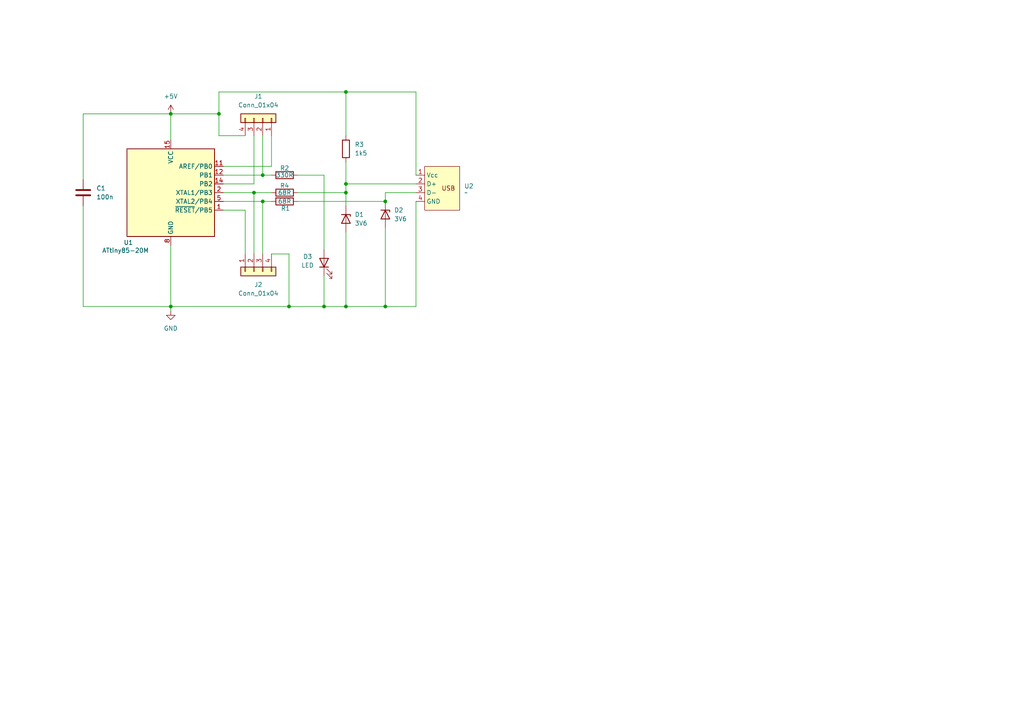
<source format=kicad_sch>
(kicad_sch (version 20231120) (generator "eeschema") (generator_version "8.0")
  (paper "A4")
  (lib_symbols
    (symbol "Connector_Generic:Conn_01x04" (pin_names (offset 1.016) hide)
      (property "Reference" "J" (at 0 5.08 0))
      (property "Value" "Conn_01x04" (at 0 -7.62 0))
      (symbol "Conn_01x04_1_1"
        (rectangle (start -1.27 -4.953) (end 0 -5.207) (stroke (width 0.1524)))
        (rectangle (start -1.27 -2.413) (end 0 -2.667) (stroke (width 0.1524)))
        (rectangle (start -1.27 0.127) (end 0 -0.127) (stroke (width 0.1524)))
        (rectangle (start -1.27 2.667) (end 0 2.413) (stroke (width 0.1524)))
        (rectangle (start -1.27 3.81) (end 1.27 -6.35) (stroke (width 0.254)) (fill (type background)))
        (pin passive line (at -5.08 2.54 0) (length 3.81) (name "Pin_1") (number "1"))
        (pin passive line (at -5.08 0 0) (length 3.81) (name "Pin_2") (number "2"))
        (pin passive line (at -5.08 -2.54 0) (length 3.81) (name "Pin_3") (number "3"))
        (pin passive line (at -5.08 -5.08 0) (length 3.81) (name "Pin_4") (number "4"))
      )
    )
    (symbol "Device:C" (pin_numbers hide) (pin_names (offset 0.254))
      (property "Reference" "C" (at 0.635 2.54 0))
      (property "Value" "C" (at 0.635 -2.54 0))
      (symbol "C_0_1"
        (polyline (pts (xy -2.032 -0.762) (xy 2.032 -0.762)) (stroke (width 0.508)))
        (polyline (pts (xy -2.032 0.762) (xy 2.032 0.762)) (stroke (width 0.508)))
      )
      (symbol "C_1_1"
        (pin passive line (at 0 3.81 270) (length 2.794) (name "~") (number "1"))
        (pin passive line (at 0 -3.81 90) (length 2.794) (name "~") (number "2"))
      )
    )
    (symbol "Device:D_Zener" (pin_numbers hide) (pin_names (offset 1.016) hide)
      (property "Reference" "D" (at 0 2.54 0))
      (property "Value" "D_Zener" (at 0 -2.54 0))
      (symbol "D_Zener_0_1"
        (polyline (pts (xy 1.27 0) (xy -1.27 0)))
        (polyline (pts (xy -1.27 -1.27) (xy -1.27 1.27) (xy -0.762 1.27)) (stroke (width 0.254)))
        (polyline (pts (xy 1.27 -1.27) (xy 1.27 1.27) (xy -1.27 0) (xy 1.27 -1.27)) (stroke (width 0.254)))
      )
      (symbol "D_Zener_1_1"
        (pin passive line (at -3.81 0 0) (length 2.54) (name "K") (number "1"))
        (pin passive line (at 3.81 0 180) (length 2.54) (name "A") (number "2"))
      )
    )
    (symbol "Device:LED" (pin_numbers hide) (pin_names (offset 1.016) hide)
      (property "Reference" "D" (at 0 2.54 0))
      (property "Value" "LED" (at 0 -2.54 0))
      (symbol "LED_0_1"
        (polyline (pts (xy -1.27 -1.27) (xy -1.27 1.27)) (stroke (width 0.254)))
        (polyline (pts (xy -1.27 0) (xy 1.27 0)))
        (polyline (pts (xy 1.27 -1.27) (xy 1.27 1.27) (xy -1.27 0) (xy 1.27 -1.27)) (stroke (width 0.254)))
        (polyline (pts (xy -3.048 -0.762) (xy -4.572 -2.286) (xy -3.81 -2.286) (xy -4.572 -2.286) (xy -4.572 -1.524)))
        (polyline (pts (xy -1.778 -0.762) (xy -3.302 -2.286) (xy -2.54 -2.286) (xy -3.302 -2.286) (xy -3.302 -1.524)))
      )
      (symbol "LED_1_1"
        (pin passive line (at -3.81 0 0) (length 2.54) (name "K") (number "1"))
        (pin passive line (at 3.81 0 180) (length 2.54) (name "A") (number "2"))
      )
    )
    (symbol "Device:R" (pin_numbers hide) (pin_names (offset 0))
      (property "Reference" "R" (at 2.032 0 90))
      (property "Value" "R" (at 0 0 90))
      (symbol "R_0_1"
        (rectangle (start -1.016 -2.54) (end 1.016 2.54) (stroke (width 0.254)))
      )
      (symbol "R_1_1"
        (pin passive line (at 0 3.81 270) (length 1.27) (name "~") (number "1"))
        (pin passive line (at 0 -3.81 90) (length 1.27) (name "~") (number "2"))
      )
    )
    (symbol "MCU_Microchip_ATtiny:ATtiny85-20M"
      (property "Reference" "U" (at -12.7 13.97 0))
      (property "Value" "ATtiny85-20M" (at 2.54 -13.97 0))
      (symbol "ATtiny85-20M_0_1"
        (rectangle (start -12.7 -12.7) (end 12.7 12.7) (stroke (width 0.254)) (fill (type background)))
      )
      (symbol "ATtiny85-20M_1_1"
        (pin bidirectional line (at 15.24 -5.08 180) (length 2.54) (name "~{RESET}/PB5") (number "1"))
        (pin no_connect line (at -12.7 -2.54 0) (length 2.54) hide (name "NC") (number "10"))
        (pin bidirectional line (at 15.24 7.62 180) (length 2.54) (name "AREF/PB0") (number "11"))
        (pin bidirectional line (at 15.24 5.08 180) (length 2.54) (name "PB1") (number "12"))
        (pin no_connect line (at -12.7 -5.08 0) (length 2.54) hide (name "NC") (number "13"))
        (pin bidirectional line (at 15.24 2.54 180) (length 2.54) (name "PB2") (number "14"))
        (pin power_in line (at 0 15.24 270) (length 2.54) (name "VCC") (number "15"))
        (pin no_connect line (at -12.7 -7.62 0) (length 2.54) hide (name "NC") (number "16"))
        (pin no_connect line (at -12.7 -10.16 0) (length 2.54) hide (name "NC") (number "17"))
        (pin no_connect line (at -7.62 -12.7 90) (length 2.54) hide (name "NC") (number "18"))
        (pin no_connect line (at -5.08 -12.7 90) (length 2.54) hide (name "NC") (number "19"))
        (pin bidirectional line (at 15.24 0 180) (length 2.54) (name "XTAL1/PB3") (number "2"))
        (pin no_connect line (at -2.54 -12.7 90) (length 2.54) hide (name "NC") (number "20"))
        (pin passive line (at 0 -15.24 90) (length 2.54) hide (name "GND") (number "21"))
        (pin no_connect line (at -12.7 10.16 0) (length 2.54) hide (name "NC") (number "3"))
        (pin no_connect line (at -12.7 7.62 0) (length 2.54) hide (name "NC") (number "4"))
        (pin bidirectional line (at 15.24 -2.54 180) (length 2.54) (name "XTAL2/PB4") (number "5"))
        (pin no_connect line (at -12.7 5.08 0) (length 2.54) hide (name "NC") (number "6"))
        (pin no_connect line (at -12.7 2.54 0) (length 2.54) hide (name "NC") (number "7"))
        (pin power_in line (at 0 -15.24 90) (length 2.54) (name "GND") (number "8"))
        (pin no_connect line (at -12.7 0 0) (length 2.54) hide (name "NC") (number "9"))
      )
    )
    (symbol "custom_symbols:PCB_USB_connector"
      (property "Reference" "U2" (at 5.08 12.0651 0))
      (property "Value" "~" (at 5.08 10.16 0))
      (symbol "PCB_USB_connector_1_1"
        (rectangle (start -6.35 17.78) (end 3.81 5.08) (fill (type background)))
        (text "USB" (at 0.508 11.43 0) (effects (font (size 1.27 1.27))))
        (pin power_in line (at -8.89 15.24 0) (length 2.54) (name "Vcc") (number "1"))
        (pin bidirectional line (at -8.89 12.7 0) (length 2.54) (name "D+") (number "2"))
        (pin bidirectional line (at -8.89 10.16 0) (length 2.54) (name "D-") (number "3"))
        (pin power_in line (at -8.89 7.62 0) (length 2.54) (name "GND") (number "4"))
      )
    )
    (symbol "power:+5V" (power) (pin_numbers hide) (pin_names (offset 0) hide)
      (property "Value" "+5V" (at 0 3.556 0))
      (symbol "+5V_0_1"
        (polyline (pts (xy -0.762 1.27) (xy 0 2.54)))
        (polyline (pts (xy 0 0) (xy 0 2.54)))
        (polyline (pts (xy 0 2.54) (xy 0.762 1.27)))
      )
      (symbol "+5V_1_1"
        (pin power_in line (at 0 0 90) (length 0) (name "~") (number "1"))
      )
    )
    (symbol "power:GND" (power) (pin_numbers hide) (pin_names (offset 0) hide)
      (property "Value" "GND" (at 0 -3.81 0))
      (symbol "GND_0_1"
        (polyline (pts (xy 0 0) (xy 0 -1.27) (xy 1.27 -1.27) (xy 0 -2.54) (xy -1.27 -1.27) (xy 0 -1.27)))
      )
      (symbol "GND_1_1"
        (pin power_in line (at 0 0 270) (length 0) (name "~") (number "1"))
      )
    )
  )
  (junction (at 100.33 53.34))
  (junction (at 83.82 88.9))
  (junction (at 93.98 88.9))
  (junction (at 63.5 33.02))
  (junction (at 49.53 33.02))
  (junction (at 111.76 58.42))
  (junction (at 100.33 26.67))
  (junction (at 73.66 55.88))
  (junction (at 76.2 58.42))
  (junction (at 100.33 55.88))
  (junction (at 100.33 88.9))
  (junction (at 49.53 88.9))
  (junction (at 76.2 50.8))
  (junction (at 111.76 88.9))
  (wire (pts (xy 93.98 50.8) (xy 93.98 72.39)))
  (wire (pts (xy 86.36 55.88) (xy 100.33 55.88)))
  (wire (pts (xy 111.76 55.88) (xy 111.76 58.42)))
  (wire (pts (xy 49.53 71.12) (xy 49.53 88.9)))
  (wire (pts (xy 64.77 55.88) (xy 73.66 55.88)))
  (wire (pts (xy 76.2 50.8) (xy 64.77 50.8)))
  (wire (pts (xy 100.33 55.88) (xy 100.33 59.69)))
  (wire (pts (xy 24.13 52.07) (xy 24.13 33.02)))
  (wire (pts (xy 120.65 58.42) (xy 120.65 88.9)))
  (wire (pts (xy 49.53 33.02) (xy 49.53 40.64)))
  (wire (pts (xy 71.12 73.66) (xy 71.12 60.96)))
  (wire (pts (xy 86.36 50.8) (xy 93.98 50.8)))
  (wire (pts (xy 64.77 58.42) (xy 76.2 58.42)))
  (wire (pts (xy 100.33 67.31) (xy 100.33 88.9)))
  (wire (pts (xy 24.13 88.9) (xy 24.13 59.69)))
  (wire (pts (xy 76.2 58.42) (xy 76.2 73.66)))
  (wire (pts (xy 71.12 60.96) (xy 64.77 60.96)))
  (wire (pts (xy 83.82 88.9) (xy 49.53 88.9)))
  (wire (pts (xy 49.53 88.9) (xy 24.13 88.9)))
  (wire (pts (xy 73.66 55.88) (xy 78.74 55.88)))
  (wire (pts (xy 73.66 39.37) (xy 73.66 53.34)))
  (wire (pts (xy 63.5 39.37) (xy 63.5 33.02)))
  (wire (pts (xy 78.74 48.26) (xy 64.77 48.26)))
  (wire (pts (xy 76.2 58.42) (xy 78.74 58.42)))
  (wire (pts (xy 78.74 39.37) (xy 78.74 48.26)))
  (wire (pts (xy 100.33 46.99) (xy 100.33 53.34)))
  (wire (pts (xy 93.98 88.9) (xy 83.82 88.9)))
  (wire (pts (xy 100.33 53.34) (xy 120.65 53.34)))
  (wire (pts (xy 78.74 73.66) (xy 83.82 73.66)))
  (wire (pts (xy 111.76 88.9) (xy 100.33 88.9)))
  (wire (pts (xy 120.65 50.8) (xy 120.65 26.67)))
  (wire (pts (xy 83.82 73.66) (xy 83.82 88.9)))
  (wire (pts (xy 100.33 53.34) (xy 100.33 55.88)))
  (wire (pts (xy 73.66 53.34) (xy 64.77 53.34)))
  (wire (pts (xy 86.36 58.42) (xy 111.76 58.42)))
  (wire (pts (xy 111.76 66.04) (xy 111.76 88.9)))
  (wire (pts (xy 73.66 55.88) (xy 73.66 73.66)))
  (wire (pts (xy 49.53 90.17) (xy 49.53 88.9)))
  (wire (pts (xy 120.65 55.88) (xy 111.76 55.88)))
  (wire (pts (xy 100.33 88.9) (xy 93.98 88.9)))
  (wire (pts (xy 76.2 50.8) (xy 78.74 50.8)))
  (wire (pts (xy 24.13 33.02) (xy 49.53 33.02)))
  (wire (pts (xy 120.65 88.9) (xy 111.76 88.9)))
  (wire (pts (xy 63.5 26.67) (xy 100.33 26.67)))
  (wire (pts (xy 63.5 33.02) (xy 63.5 26.67)))
  (wire (pts (xy 76.2 39.37) (xy 76.2 50.8)))
  (wire (pts (xy 100.33 26.67) (xy 100.33 39.37)))
  (wire (pts (xy 120.65 26.67) (xy 100.33 26.67)))
  (wire (pts (xy 71.12 39.37) (xy 63.5 39.37)))
  (wire (pts (xy 49.53 33.02) (xy 63.5 33.02)))
  (wire (pts (xy 93.98 80.01) (xy 93.98 88.9)))
  (symbol (lib_id "Device:R") (at 82.55 58.42 90) (unit 1)
    (property "Reference" "R1" (at 82.804 60.452 90))
    (property "Value" "68R" (at 82.55 58.42 90))
    (property "Footprint" "Resistor_SMD:R_0805_2012Metric_Pad1.20x1.40mm_HandSolder" (effects (hide yes)))
    (property "Description" "Resistor" (effects (hide yes)))
  )
  (symbol (lib_id "Device:D_Zener") (at 111.76 62.23 270) (unit 1)
    (property "Reference" "D2" (at 114.3 60.9599 90) (effects (justify left)))
    (property "Value" "3V6" (at 114.3 63.4999 90) (effects (justify left)))
    (property "Footprint" "Diode_SMD:D_SOD-123" (effects (hide yes)))
    (property "Description" "Zener diode" (effects (hide yes)))
  )
  (symbol (lib_id "Device:R") (at 82.55 50.8 90) (unit 1)
    (property "Reference" "R2" (at 82.55 48.768 90))
    (property "Value" "330R" (at 82.55 50.8 90))
    (property "Footprint" "Resistor_SMD:R_0805_2012Metric_Pad1.20x1.40mm_HandSolder" (effects (hide yes)))
    (property "Description" "Resistor" (effects (hide yes)))
  )
  (symbol (lib_id "Device:D_Zener") (at 100.33 63.5 270) (unit 1)
    (property "Reference" "D1" (at 102.87 62.2299 90) (effects (justify left)))
    (property "Value" "3V6" (at 102.87 64.7699 90) (effects (justify left)))
    (property "Footprint" "Diode_SMD:D_SOD-123" (effects (hide yes)))
    (property "Description" "Zener diode" (effects (hide yes)))
  )
  (symbol (lib_id "Connector_Generic:Conn_01x04") (at 73.66 78.74 90) (mirror x) (unit 1)
    (property "Reference" "J2" (at 74.93 82.55 90))
    (property "Value" "Conn_01x04" (at 74.93 85.09 90))
    (property "Footprint" "Connector_Wire:SolderWire-0.1sqmm_1x04_P3.6mm_D0.4mm_OD1mm" (effects (hide yes)))
    (property "Description" "Generic connector, single row, 01x04, script generated (kicad-library-utils/schlib/autogen/connector/)" (effects (hide yes)))
  )
  (symbol (lib_id "Device:R") (at 82.55 55.88 90) (unit 1)
    (property "Reference" "R4" (at 82.55 53.848 90))
    (property "Value" "68R" (at 82.55 55.88 90))
    (property "Footprint" "Resistor_SMD:R_0805_2012Metric_Pad1.20x1.40mm_HandSolder" (effects (hide yes)))
    (property "Description" "Resistor" (effects (hide yes)))
  )
  (symbol (lib_id "Device:C") (at 24.13 55.88 0) (unit 1)
    (property "Reference" "C1" (at 27.94 54.6099 0) (effects (justify left)))
    (property "Value" "100n" (at 27.94 57.1499 0) (effects (justify left)))
    (property "Footprint" "Capacitor_SMD:C_1206_3216Metric_Pad1.33x1.80mm_HandSolder" (effects (hide yes)))
    (property "Description" "Unpolarized capacitor" (effects (hide yes)))
  )
  (symbol (lib_id "power:GND") (at 49.53 90.17 0) (unit 1)
    (property "Reference" "#PWR02" (effects (hide yes)))
    (property "Value" "GND" (at 49.53 95.25 0))
    (property "Description" "Power symbol creates a global label with name \"GND\" , ground" (effects (hide yes)))
  )
  (symbol (lib_id "Connector_Generic:Conn_01x04") (at 76.2 34.29 270) (mirror x) (unit 1)
    (property "Reference" "J1" (at 74.93 27.94 90))
    (property "Value" "Conn_01x04" (at 74.93 30.48 90))
    (property "Footprint" "Connector_Wire:SolderWire-0.1sqmm_1x04_P3.6mm_D0.4mm_OD1mm" (effects (hide yes)))
    (property "Description" "Generic connector, single row, 01x04, script generated (kicad-library-utils/schlib/autogen/connector/)" (effects (hide yes)))
  )
  (symbol (lib_id "MCU_Microchip_ATtiny:ATtiny85-20M") (at 49.53 55.88 0) (unit 1)
    (property "Reference" "U1" (at 38.608 70.358 0) (effects (justify right)))
    (property "Value" "ATtiny85-20M" (at 43.18 72.644 0) (effects (justify right)))
    (property "Footprint" "Package_DFN_QFN:QFN-20-1EP_4x4mm_P0.5mm_EP2.6x2.6mm" (effects (hide yes)))
    (property "Datasheet" "http://ww1.microchip.com/downloads/en/DeviceDoc/atmel-2586-avr-8-bit-microcontroller-attiny25-attiny45-attiny85_datasheet.pdf" (effects (hide yes)))
    (property "Description" "20MHz, 8kB Flash, 512B SRAM, 512B EEPROM, debugWIRE, QFN-20" (effects (hide yes)))
  )
  (symbol (lib_id "Device:R") (at 100.33 43.18 0) (unit 1)
    (property "Reference" "R3" (at 102.87 41.9099 0) (effects (justify left)))
    (property "Value" "1k5" (at 102.87 44.4499 0) (effects (justify left)))
    (property "Footprint" "Resistor_SMD:R_0805_2012Metric_Pad1.20x1.40mm_HandSolder" (effects (hide yes)))
    (property "Description" "Resistor" (effects (hide yes)))
  )
  (symbol (lib_id "Device:LED") (at 93.98 76.2 90) (unit 1)
    (property "Reference" "D3" (at 87.884 74.422 90) (effects (justify right)))
    (property "Value" "LED" (at 87.376 76.962 90) (effects (justify right)))
    (property "Footprint" "Capacitor_SMD:C_1206_3216Metric_Pad1.33x1.80mm_HandSolder" (effects (hide yes)))
    (property "Description" "Light emitting diode" (effects (hide yes)))
  )
  (symbol (lib_id "power:+5V") (at 49.53 33.02 0) (unit 1)
    (property "Reference" "#PWR01" (effects (hide yes)))
    (property "Value" "+5V" (at 49.53 27.94 0))
    (property "Description" "Power symbol creates a global label with name \"+5V\"" (effects (hide yes)))
  )
  (symbol (lib_id "custom_symbols:PCB_USB_connector") (at 129.54 66.04 0) (unit 1)
    (property "Reference" "U2" (at 134.62 53.9749 0) (effects (justify left)))
    (property "Value" "~" (at 134.62 55.88 0) (effects (justify left)))
    (property "Footprint" "custom_library:PCB_USB_connector" (effects (hide yes)))
  )
)
</source>
